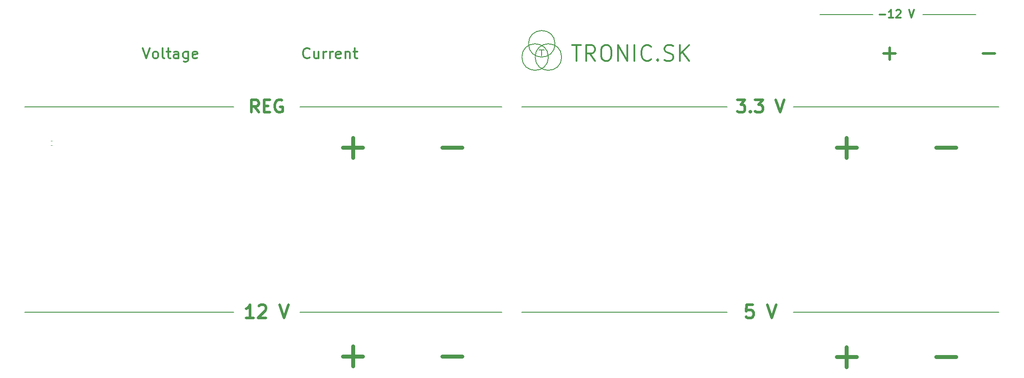
<source format=gto>
G04 #@! TF.FileFunction,Legend,Top*
%FSLAX46Y46*%
G04 Gerber Fmt 4.6, Leading zero omitted, Abs format (unit mm)*
G04 Created by KiCad (PCBNEW 4.0.7) date 03/24/20 22:25:04*
%MOMM*%
%LPD*%
G01*
G04 APERTURE LIST*
%ADD10C,0.100000*%
%ADD11C,0.200000*%
%ADD12C,0.300000*%
%ADD13C,0.500000*%
%ADD14C,0.800000*%
%ADD15C,0.120000*%
G04 APERTURE END LIST*
D10*
D11*
X181483000Y-36322000D02*
X181483000Y-37465000D01*
X181991000Y-36322000D02*
X181483000Y-36322000D01*
X180975000Y-36322000D02*
X181991000Y-36322000D01*
X184023000Y-35179000D02*
G75*
G03X184023000Y-35179000I-2540000J0D01*
G01*
X185293000Y-37719000D02*
G75*
G03X185293000Y-37719000I-2540000J0D01*
G01*
X182753000Y-37719000D02*
G75*
G03X182753000Y-37719000I-2540000J0D01*
G01*
D12*
X187270858Y-35441143D02*
X188985144Y-35441143D01*
X188128001Y-38441143D02*
X188128001Y-35441143D01*
X191699429Y-38441143D02*
X190699429Y-37012571D01*
X189985144Y-38441143D02*
X189985144Y-35441143D01*
X191128001Y-35441143D01*
X191413715Y-35584000D01*
X191556572Y-35726857D01*
X191699429Y-36012571D01*
X191699429Y-36441143D01*
X191556572Y-36726857D01*
X191413715Y-36869714D01*
X191128001Y-37012571D01*
X189985144Y-37012571D01*
X193556572Y-35441143D02*
X194128001Y-35441143D01*
X194413715Y-35584000D01*
X194699429Y-35869714D01*
X194842287Y-36441143D01*
X194842287Y-37441143D01*
X194699429Y-38012571D01*
X194413715Y-38298286D01*
X194128001Y-38441143D01*
X193556572Y-38441143D01*
X193270858Y-38298286D01*
X192985144Y-38012571D01*
X192842287Y-37441143D01*
X192842287Y-36441143D01*
X192985144Y-35869714D01*
X193270858Y-35584000D01*
X193556572Y-35441143D01*
X196128001Y-38441143D02*
X196128001Y-35441143D01*
X197842286Y-38441143D01*
X197842286Y-35441143D01*
X199270858Y-38441143D02*
X199270858Y-35441143D01*
X202413714Y-38155429D02*
X202270857Y-38298286D01*
X201842286Y-38441143D01*
X201556572Y-38441143D01*
X201128000Y-38298286D01*
X200842286Y-38012571D01*
X200699429Y-37726857D01*
X200556572Y-37155429D01*
X200556572Y-36726857D01*
X200699429Y-36155429D01*
X200842286Y-35869714D01*
X201128000Y-35584000D01*
X201556572Y-35441143D01*
X201842286Y-35441143D01*
X202270857Y-35584000D01*
X202413714Y-35726857D01*
X203699429Y-38155429D02*
X203842286Y-38298286D01*
X203699429Y-38441143D01*
X203556572Y-38298286D01*
X203699429Y-38155429D01*
X203699429Y-38441143D01*
X204985143Y-38298286D02*
X205413714Y-38441143D01*
X206128000Y-38441143D01*
X206413714Y-38298286D01*
X206556571Y-38155429D01*
X206699428Y-37869714D01*
X206699428Y-37584000D01*
X206556571Y-37298286D01*
X206413714Y-37155429D01*
X206128000Y-37012571D01*
X205556571Y-36869714D01*
X205270857Y-36726857D01*
X205128000Y-36584000D01*
X204985143Y-36298286D01*
X204985143Y-36012571D01*
X205128000Y-35726857D01*
X205270857Y-35584000D01*
X205556571Y-35441143D01*
X206270857Y-35441143D01*
X206699428Y-35584000D01*
X207985143Y-38441143D02*
X207985143Y-35441143D01*
X209699428Y-38441143D02*
X208413714Y-36726857D01*
X209699428Y-35441143D02*
X207985143Y-37155429D01*
D13*
X266065143Y-37044286D02*
X268350857Y-37044286D01*
X247015143Y-37044286D02*
X249300857Y-37044286D01*
X248158000Y-38187143D02*
X248158000Y-35901429D01*
D14*
X143383238Y-95099143D02*
X147192762Y-95099143D01*
X145288000Y-97003905D02*
X145288000Y-93194381D01*
X143383238Y-55094143D02*
X147192762Y-55094143D01*
X145288000Y-56998905D02*
X145288000Y-53189381D01*
X162433238Y-55094143D02*
X166242762Y-55094143D01*
X162433238Y-95099143D02*
X166242762Y-95099143D01*
X257048238Y-95226143D02*
X260857762Y-95226143D01*
X237998238Y-95226143D02*
X241807762Y-95226143D01*
X239903000Y-97130905D02*
X239903000Y-93321381D01*
X257048238Y-55094143D02*
X260857762Y-55094143D01*
X237998238Y-55094143D02*
X241807762Y-55094143D01*
X239903000Y-56998905D02*
X239903000Y-53189381D01*
D11*
X122428000Y-86614000D02*
X82423000Y-86614000D01*
X173863000Y-86614000D02*
X135128000Y-86614000D01*
X217043000Y-86614000D02*
X177673000Y-86614000D01*
X269113000Y-86614000D02*
X229743000Y-86614000D01*
X229743000Y-47244000D02*
X269113000Y-47244000D01*
X177673000Y-47244000D02*
X217043000Y-47244000D01*
X135128000Y-47244000D02*
X173863000Y-47244000D01*
X82423000Y-47244000D02*
X122428000Y-47244000D01*
D12*
X136985858Y-37798286D02*
X136890620Y-37893524D01*
X136604905Y-37988762D01*
X136414429Y-37988762D01*
X136128715Y-37893524D01*
X135938239Y-37703048D01*
X135843000Y-37512571D01*
X135747762Y-37131619D01*
X135747762Y-36845905D01*
X135843000Y-36464952D01*
X135938239Y-36274476D01*
X136128715Y-36084000D01*
X136414429Y-35988762D01*
X136604905Y-35988762D01*
X136890620Y-36084000D01*
X136985858Y-36179238D01*
X138700143Y-36655429D02*
X138700143Y-37988762D01*
X137843000Y-36655429D02*
X137843000Y-37703048D01*
X137938239Y-37893524D01*
X138128715Y-37988762D01*
X138414429Y-37988762D01*
X138604905Y-37893524D01*
X138700143Y-37798286D01*
X139652524Y-37988762D02*
X139652524Y-36655429D01*
X139652524Y-37036381D02*
X139747763Y-36845905D01*
X139843001Y-36750667D01*
X140033477Y-36655429D01*
X140223953Y-36655429D01*
X140890619Y-37988762D02*
X140890619Y-36655429D01*
X140890619Y-37036381D02*
X140985858Y-36845905D01*
X141081096Y-36750667D01*
X141271572Y-36655429D01*
X141462048Y-36655429D01*
X142890619Y-37893524D02*
X142700143Y-37988762D01*
X142319191Y-37988762D01*
X142128714Y-37893524D01*
X142033476Y-37703048D01*
X142033476Y-36941143D01*
X142128714Y-36750667D01*
X142319191Y-36655429D01*
X142700143Y-36655429D01*
X142890619Y-36750667D01*
X142985857Y-36941143D01*
X142985857Y-37131619D01*
X142033476Y-37322095D01*
X143843000Y-36655429D02*
X143843000Y-37988762D01*
X143843000Y-36845905D02*
X143938239Y-36750667D01*
X144128715Y-36655429D01*
X144414429Y-36655429D01*
X144604905Y-36750667D01*
X144700143Y-36941143D01*
X144700143Y-37988762D01*
X145366810Y-36655429D02*
X146128715Y-36655429D01*
X145652524Y-35988762D02*
X145652524Y-37703048D01*
X145747763Y-37893524D01*
X145938239Y-37988762D01*
X146128715Y-37988762D01*
X105029666Y-35988762D02*
X105696333Y-37988762D01*
X106363000Y-35988762D01*
X107315381Y-37988762D02*
X107124905Y-37893524D01*
X107029666Y-37798286D01*
X106934428Y-37607810D01*
X106934428Y-37036381D01*
X107029666Y-36845905D01*
X107124905Y-36750667D01*
X107315381Y-36655429D01*
X107601095Y-36655429D01*
X107791571Y-36750667D01*
X107886809Y-36845905D01*
X107982047Y-37036381D01*
X107982047Y-37607810D01*
X107886809Y-37798286D01*
X107791571Y-37893524D01*
X107601095Y-37988762D01*
X107315381Y-37988762D01*
X109124905Y-37988762D02*
X108934429Y-37893524D01*
X108839190Y-37703048D01*
X108839190Y-35988762D01*
X109601095Y-36655429D02*
X110363000Y-36655429D01*
X109886809Y-35988762D02*
X109886809Y-37703048D01*
X109982048Y-37893524D01*
X110172524Y-37988762D01*
X110363000Y-37988762D01*
X111886809Y-37988762D02*
X111886809Y-36941143D01*
X111791571Y-36750667D01*
X111601095Y-36655429D01*
X111220143Y-36655429D01*
X111029666Y-36750667D01*
X111886809Y-37893524D02*
X111696333Y-37988762D01*
X111220143Y-37988762D01*
X111029666Y-37893524D01*
X110934428Y-37703048D01*
X110934428Y-37512571D01*
X111029666Y-37322095D01*
X111220143Y-37226857D01*
X111696333Y-37226857D01*
X111886809Y-37131619D01*
X113696333Y-36655429D02*
X113696333Y-38274476D01*
X113601095Y-38464952D01*
X113505857Y-38560190D01*
X113315381Y-38655429D01*
X113029667Y-38655429D01*
X112839190Y-38560190D01*
X113696333Y-37893524D02*
X113505857Y-37988762D01*
X113124905Y-37988762D01*
X112934429Y-37893524D01*
X112839190Y-37798286D01*
X112743952Y-37607810D01*
X112743952Y-37036381D01*
X112839190Y-36845905D01*
X112934429Y-36750667D01*
X113124905Y-36655429D01*
X113505857Y-36655429D01*
X113696333Y-36750667D01*
X115410619Y-37893524D02*
X115220143Y-37988762D01*
X114839191Y-37988762D01*
X114648714Y-37893524D01*
X114553476Y-37703048D01*
X114553476Y-36941143D01*
X114648714Y-36750667D01*
X114839191Y-36655429D01*
X115220143Y-36655429D01*
X115410619Y-36750667D01*
X115505857Y-36941143D01*
X115505857Y-37131619D01*
X114553476Y-37322095D01*
D11*
X254508000Y-29591000D02*
X264668000Y-29591000D01*
D13*
X126278001Y-87744952D02*
X124849429Y-87744952D01*
X125563715Y-87744952D02*
X125563715Y-85244952D01*
X125325620Y-85602095D01*
X125087525Y-85840190D01*
X124849429Y-85959238D01*
X127230381Y-85483048D02*
X127349429Y-85364000D01*
X127587524Y-85244952D01*
X128182762Y-85244952D01*
X128420858Y-85364000D01*
X128539905Y-85483048D01*
X128658953Y-85721143D01*
X128658953Y-85959238D01*
X128539905Y-86316381D01*
X127111334Y-87744952D01*
X128658953Y-87744952D01*
X131278000Y-85244952D02*
X132111334Y-87744952D01*
X132944667Y-85244952D01*
X127235143Y-48329714D02*
X126435143Y-47186857D01*
X125863715Y-48329714D02*
X125863715Y-45929714D01*
X126778000Y-45929714D01*
X127006572Y-46044000D01*
X127120857Y-46158286D01*
X127235143Y-46386857D01*
X127235143Y-46729714D01*
X127120857Y-46958286D01*
X127006572Y-47072571D01*
X126778000Y-47186857D01*
X125863715Y-47186857D01*
X128263715Y-47072571D02*
X129063715Y-47072571D01*
X129406572Y-48329714D02*
X128263715Y-48329714D01*
X128263715Y-45929714D01*
X129406572Y-45929714D01*
X131692286Y-46044000D02*
X131463715Y-45929714D01*
X131120858Y-45929714D01*
X130778001Y-46044000D01*
X130549429Y-46272571D01*
X130435144Y-46501143D01*
X130320858Y-46958286D01*
X130320858Y-47301143D01*
X130435144Y-47758286D01*
X130549429Y-47986857D01*
X130778001Y-48215429D01*
X131120858Y-48329714D01*
X131349429Y-48329714D01*
X131692286Y-48215429D01*
X131806572Y-48101143D01*
X131806572Y-47301143D01*
X131349429Y-47301143D01*
D11*
X229743000Y-86614000D02*
X269113000Y-86614000D01*
X229743000Y-47244000D02*
X269113000Y-47244000D01*
D13*
X218935858Y-45929714D02*
X220421572Y-45929714D01*
X219621572Y-46844000D01*
X219964430Y-46844000D01*
X220193001Y-46958286D01*
X220307287Y-47072571D01*
X220421572Y-47301143D01*
X220421572Y-47872571D01*
X220307287Y-48101143D01*
X220193001Y-48215429D01*
X219964430Y-48329714D01*
X219278715Y-48329714D01*
X219050144Y-48215429D01*
X218935858Y-48101143D01*
X221450144Y-48101143D02*
X221564429Y-48215429D01*
X221450144Y-48329714D01*
X221335858Y-48215429D01*
X221450144Y-48101143D01*
X221450144Y-48329714D01*
X222364429Y-45929714D02*
X223850143Y-45929714D01*
X223050143Y-46844000D01*
X223393001Y-46844000D01*
X223621572Y-46958286D01*
X223735858Y-47072571D01*
X223850143Y-47301143D01*
X223850143Y-47872571D01*
X223735858Y-48101143D01*
X223621572Y-48215429D01*
X223393001Y-48329714D01*
X222707286Y-48329714D01*
X222478715Y-48215429D01*
X222364429Y-48101143D01*
X226364428Y-45929714D02*
X227164428Y-48329714D01*
X227964428Y-45929714D01*
D11*
X262763000Y-29591000D02*
X264033000Y-29591000D01*
X234823000Y-29591000D02*
X244983000Y-29591000D01*
D12*
X246213715Y-29571143D02*
X247356572Y-29571143D01*
X248856572Y-30142571D02*
X247999429Y-30142571D01*
X248428001Y-30142571D02*
X248428001Y-28642571D01*
X248285144Y-28856857D01*
X248142286Y-28999714D01*
X247999429Y-29071143D01*
X249428000Y-28785429D02*
X249499429Y-28714000D01*
X249642286Y-28642571D01*
X249999429Y-28642571D01*
X250142286Y-28714000D01*
X250213715Y-28785429D01*
X250285143Y-28928286D01*
X250285143Y-29071143D01*
X250213715Y-29285429D01*
X249356572Y-30142571D01*
X250285143Y-30142571D01*
X251856571Y-28642571D02*
X252356571Y-30142571D01*
X252856571Y-28642571D01*
D13*
X221964429Y-85244952D02*
X220773953Y-85244952D01*
X220654905Y-86435429D01*
X220773953Y-86316381D01*
X221012048Y-86197333D01*
X221607286Y-86197333D01*
X221845382Y-86316381D01*
X221964429Y-86435429D01*
X222083477Y-86673524D01*
X222083477Y-87268762D01*
X221964429Y-87506857D01*
X221845382Y-87625905D01*
X221607286Y-87744952D01*
X221012048Y-87744952D01*
X220773953Y-87625905D01*
X220654905Y-87506857D01*
X224702524Y-85244952D02*
X225535858Y-87744952D01*
X226369191Y-85244952D01*
D15*
X87623000Y-53789000D02*
X87383000Y-53789000D01*
X87383000Y-54669000D02*
X87623000Y-54669000D01*
M02*

</source>
